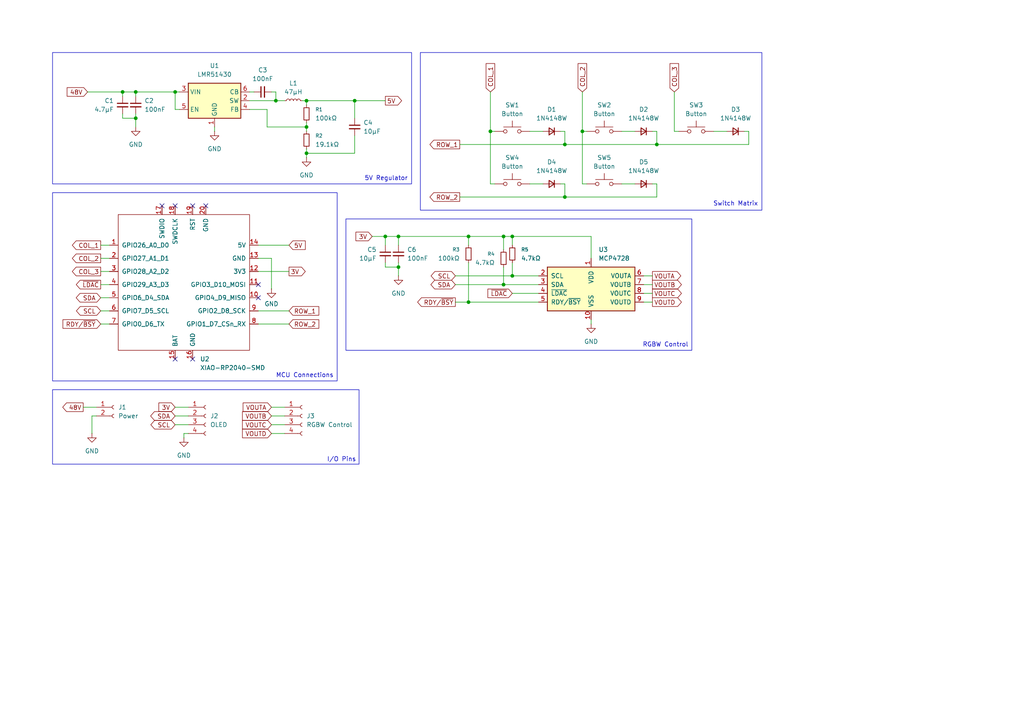
<source format=kicad_sch>
(kicad_sch (version 20250114) (generator "eeschema") (generator_version "9.0")
  (paper "A4")
  (lib_symbols
    (symbol "4PSwitch:SW_Push" (pin_numbers (hide yes)) (pin_names (offset 1.016) (hide yes))
      (property "Reference" "SW" (at 1.27 2.54 0))
      (property "Value" "SW_Push" (at 0 -1.524 0))
      (symbol "SW_Push_0_1"
        (circle (center -2.032 0) (radius 0.508))
        (polyline (pts (xy 0 1.27) (xy 0 3.048)))
        (circle (center 2.032 0) (radius 0.508))
        (polyline (pts (xy 2.54 1.27) (xy -2.54 1.27)))
        (pin passive line (at -5.08 0 0) (length 2.54) (name "COM_1") (number "2"))
        (pin no_connect line (at -5.08 -1.27 0) (length 2.54) (hide yes) (name "NO_1") (number "1"))
        (pin passive line (at 5.08 0 180) (length 2.54) (name "COM_2") (number "4"))
        (pin no_connect line (at 5.08 -1.27 180) (length 2.54) (hide yes) (name "NO_2") (number "3"))
      )
    )
    (symbol "Analog_DAC:MCP4728" (pin_names (offset 1.016))
      (property "Reference" "U" (at -12.7 6.35 0))
      (property "Value" "MCP4728" (at 12.7 6.35 0))
      (symbol "MCP4728_0_1"
        (rectangle (start -12.7 5.08) (end 12.7 -7.62) (stroke (width 0.254)) (fill (type background)))
      )
      (symbol "MCP4728_1_1"
        (pin input line (at -15.24 2.54 0) (length 2.54) (name "SCL") (number "2"))
        (pin bidirectional line (at -15.24 0 0) (length 2.54) (name "SDA") (number "3"))
        (pin input line (at -15.24 -2.54 0) (length 2.54) (name "~{LDAC}") (number "4"))
        (pin output line (at -15.24 -5.08 0) (length 2.54) (name "RDY/~{BSY}") (number "5"))
        (pin power_in line (at 0 7.62 270) (length 2.54) (name "VDD") (number "1"))
        (pin power_in line (at 0 -10.16 90) (length 2.54) (name "VSS") (number "10"))
        (pin output line (at 15.24 2.54 180) (length 2.54) (name "VOUTA") (number "6"))
        (pin output line (at 15.24 0 180) (length 2.54) (name "VOUTB") (number "7"))
        (pin output line (at 15.24 -2.54 180) (length 2.54) (name "VOUTC") (number "8"))
        (pin output line (at 15.24 -5.08 180) (length 2.54) (name "VOUTD") (number "9"))
      )
    )
    (symbol "Connector:Conn_01x02_Socket" (pin_names (offset 1.016) (hide yes))
      (property "Reference" "J" (at 0 2.54 0))
      (property "Value" "Conn_01x02_Socket" (at 0 -5.08 0))
      (symbol "Conn_01x02_Socket_1_1"
        (polyline (pts (xy -1.27 0) (xy -0.508 0)) (stroke (width 0.1524)))
        (polyline (pts (xy -1.27 -2.54) (xy -0.508 -2.54)) (stroke (width 0.1524)))
        (arc (start 0 -0.508) (mid -0.5058 0) (end 0 0.508) (stroke (width 0.1524)))
        (arc (start 0 -3.048) (mid -0.5058 -2.54) (end 0 -2.032) (stroke (width 0.1524)))
        (pin passive line (at -5.08 0 0) (length 3.81) (name "Pin_1") (number "1"))
        (pin passive line (at -5.08 -2.54 0) (length 3.81) (name "Pin_2") (number "2"))
      )
    )
    (symbol "Connector:Conn_01x04_Socket" (pin_names (offset 1.016) (hide yes))
      (property "Reference" "J" (at 0 5.08 0))
      (property "Value" "Conn_01x04_Socket" (at 0 -7.62 0))
      (symbol "Conn_01x04_Socket_1_1"
        (polyline (pts (xy -1.27 2.54) (xy -0.508 2.54)) (stroke (width 0.1524)))
        (polyline (pts (xy -1.27 0) (xy -0.508 0)) (stroke (width 0.1524)))
        (polyline (pts (xy -1.27 -2.54) (xy -0.508 -2.54)) (stroke (width 0.1524)))
        (polyline (pts (xy -1.27 -5.08) (xy -0.508 -5.08)) (stroke (width 0.1524)))
        (arc (start 0 2.032) (mid -0.5058 2.54) (end 0 3.048) (stroke (width 0.1524)))
        (arc (start 0 -0.508) (mid -0.5058 0) (end 0 0.508) (stroke (width 0.1524)))
        (arc (start 0 -3.048) (mid -0.5058 -2.54) (end 0 -2.032) (stroke (width 0.1524)))
        (arc (start 0 -5.588) (mid -0.5058 -5.08) (end 0 -4.572) (stroke (width 0.1524)))
        (pin passive line (at -5.08 2.54 0) (length 3.81) (name "Pin_1") (number "1"))
        (pin passive line (at -5.08 0 0) (length 3.81) (name "Pin_2") (number "2"))
        (pin passive line (at -5.08 -2.54 0) (length 3.81) (name "Pin_3") (number "3"))
        (pin passive line (at -5.08 -5.08 0) (length 3.81) (name "Pin_4") (number "4"))
      )
    )
    (symbol "Device:C_Small" (pin_numbers (hide yes)) (pin_names (offset 0.254) (hide yes))
      (property "Reference" "C" (at 0.254 1.778 0))
      (property "Value" "C_Small" (at 0.254 -2.032 0))
      (symbol "C_Small_0_1"
        (polyline (pts (xy -1.524 0.508) (xy 1.524 0.508)) (stroke (width 0.3048)))
        (polyline (pts (xy -1.524 -0.508) (xy 1.524 -0.508)) (stroke (width 0.3302)))
      )
      (symbol "C_Small_1_1"
        (pin passive line (at 0 2.54 270) (length 2.032) (name "~") (number "1"))
        (pin passive line (at 0 -2.54 90) (length 2.032) (name "~") (number "2"))
      )
    )
    (symbol "Device:D_Small" (pin_numbers (hide yes)) (pin_names (offset 0.254) (hide yes))
      (property "Reference" "D" (at -1.27 2.032 0))
      (property "Value" "D_Small" (at -3.81 -2.032 0))
      (symbol "D_Small_0_1"
        (polyline (pts (xy -0.762 0) (xy 0.762 0)))
        (polyline (pts (xy -0.762 -1.016) (xy -0.762 1.016)) (stroke (width 0.254)))
        (polyline (pts (xy 0.762 -1.016) (xy -0.762 0) (xy 0.762 1.016) (xy 0.762 -1.016)) (stroke (width 0.254)))
      )
      (symbol "D_Small_1_1"
        (pin passive line (at -2.54 0 0) (length 1.778) (name "K") (number "1"))
        (pin passive line (at 2.54 0 180) (length 1.778) (name "A") (number "2"))
      )
    )
    (symbol "Device:L_Small" (pin_numbers (hide yes)) (pin_names (offset 0.254) (hide yes))
      (property "Reference" "L" (at 0.762 1.016 0))
      (property "Value" "L_Small" (at 0.762 -1.016 0))
      (symbol "L_Small_0_1"
        (arc (start 0 2.032) (mid 0.5058 1.524) (end 0 1.016))
        (arc (start 0 1.016) (mid 0.5058 0.508) (end 0 0))
        (arc (start 0 0) (mid 0.5058 -0.508) (end 0 -1.016))
        (arc (start 0 -1.016) (mid 0.5058 -1.524) (end 0 -2.032))
      )
      (symbol "L_Small_1_1"
        (pin passive line (at 0 2.54 270) (length 0.508) (name "~") (number "1"))
        (pin passive line (at 0 -2.54 90) (length 0.508) (name "~") (number "2"))
      )
    )
    (symbol "Device:R_Small" (pin_numbers (hide yes)) (pin_names (offset 0.254) (hide yes))
      (property "Reference" "R" (at 0 0 90))
      (property "Value" "R_Small" (at 1.778 0 90))
      (symbol "R_Small_0_1"
        (rectangle (start -0.762 1.778) (end 0.762 -1.778) (stroke (width 0.2032)))
      )
      (symbol "R_Small_1_1"
        (pin passive line (at 0 2.54 270) (length 0.762) (name "~") (number "1"))
        (pin passive line (at 0 -2.54 90) (length 0.762) (name "~") (number "2"))
      )
    )
    (symbol "Regulator_Switching:LMR51430"
      (property "Reference" "U" (at -7.62 6.35 0))
      (property "Value" "LMR51430" (at 0 6.35 0))
      (symbol "LMR51430_0_1"
        (rectangle (start -7.62 5.08) (end 7.62 -5.08) (stroke (width 0.254)) (fill (type background)))
      )
      (symbol "LMR51430_1_1"
        (pin power_in line (at -10.16 2.54 0) (length 2.54) (name "VIN") (number "3"))
        (pin input line (at -10.16 -2.54 0) (length 2.54) (name "EN") (number "5"))
        (pin power_in line (at 0 -7.62 90) (length 2.54) (name "GND") (number "1"))
        (pin passive line (at 10.16 2.54 180) (length 2.54) (name "CB") (number "6"))
        (pin power_out line (at 10.16 0 180) (length 2.54) (name "SW") (number "2"))
        (pin input line (at 10.16 -2.54 180) (length 2.54) (name "FB") (number "4"))
      )
    )
    (symbol "Seeed_Studio_XIAO_Series:XIAO-RP2040-SMD" (pin_names (offset 1.016))
      (property "Reference" "U" (at -18.542 23.114 0))
      (property "Value" "XIAO-RP2040-SMD" (at -8.382 21.336 0))
      (symbol "XIAO-RP2040-SMD_0_1"
        (rectangle (start 19.05 -19.05) (end -19.05 20.32))
      )
      (symbol "XIAO-RP2040-SMD_1_1"
        (pin passive line (at -21.59 11.43 0) (length 2.54) (name "GPIO26_A0_D0") (number "1"))
        (pin passive line (at -21.59 7.62 0) (length 2.54) (name "GPIO27_A1_D1") (number "2"))
        (pin passive line (at -21.59 3.81 0) (length 2.54) (name "GPIO28_A2_D2") (number "3"))
        (pin passive line (at -21.59 0 0) (length 2.54) (name "GPIO29_A3_D3") (number "4"))
        (pin passive line (at -21.59 -3.81 0) (length 2.54) (name "GPIO6_D4_SDA") (number "5"))
        (pin passive line (at -21.59 -7.62 0) (length 2.54) (name "GPIO7_D5_SCL") (number "6"))
        (pin passive line (at -21.59 -11.43 0) (length 2.54) (name "GPIO0_D6_TX") (number "7"))
        (pin passive line (at -6.35 22.86 270) (length 2.54) (name "SWDIO") (number "17"))
        (pin passive line (at -2.54 22.86 270) (length 2.54) (name "SWDCLK") (number "18"))
        (pin passive line (at -2.54 -21.59 90) (length 2.54) (name "BAT") (number "15"))
        (pin passive line (at 2.54 22.86 270) (length 2.54) (name "RST") (number "19"))
        (pin passive line (at 2.54 -21.59 90) (length 2.54) (name "GND") (number "16"))
        (pin passive line (at 6.35 22.86 270) (length 2.54) (name "GND") (number "20"))
        (pin passive line (at 21.59 11.43 180) (length 2.54) (name "5V") (number "14"))
        (pin passive line (at 21.59 7.62 180) (length 2.54) (name "GND") (number "13"))
        (pin passive line (at 21.59 3.81 180) (length 2.54) (name "3V3") (number "12"))
        (pin passive line (at 21.59 0 180) (length 2.54) (name "GPIO3_D10_MOSI") (number "11"))
        (pin passive line (at 21.59 -3.81 180) (length 2.54) (name "GPIO4_D9_MISO") (number "10"))
        (pin passive line (at 21.59 -7.62 180) (length 2.54) (name "GPIO2_D8_SCK") (number "9"))
        (pin passive line (at 21.59 -11.43 180) (length 2.54) (name "GPIO1_D7_CSn_RX") (number "8"))
      )
    )
    (symbol "power:GND" (power) (pin_numbers (hide yes)) (pin_names (offset 0) (hide yes))
      (property "Value" "GND" (at 0 -3.81 0))
      (symbol "GND_0_1"
        (polyline (pts (xy 0 0) (xy 0 -1.27) (xy 1.27 -1.27) (xy 0 -2.54) (xy -1.27 -1.27) (xy 0 -1.27)))
      )
      (symbol "GND_1_1"
        (pin power_in line (at 0 0 270) (length 0) (name "~") (number "1"))
      )
    )
  )
  (rectangle (start 121.92 15.24) (end 220.98 60.96))
  (rectangle (start 15.24 113.03) (end 104.14 134.62))
  (rectangle (start 15.24 55.88) (end 97.79 110.49))
  (rectangle (start 15.24 15.24) (end 119.38 53.34))
  (rectangle (start 100.33 63.5) (end 200.66 101.6))
  (text "RGBW Control" (at 193.04 100.076 0) (effects (font (size 1.27 1.27))))
  (text "5V Regulator" (at 112.014 51.816 0) (effects (font (size 1.27 1.27))))
  (text "Switch Matrix" (at 213.36 59.182 0) (effects (font (size 1.27 1.27))))
  (text "MCU Connections" (at 88.392 108.966 0) (effects (font (size 1.27 1.27))))
  (text "I/O Pins" (at 99.06 133.35 0) (effects (font (size 1.27 1.27))))
  (junction (at 50.8 26.67))
  (junction (at 168.91 38.1))
  (junction (at 146.05 82.55))
  (junction (at 115.57 77.47))
  (junction (at 80.01 29.21))
  (junction (at 88.9 44.45))
  (junction (at 102.87 29.21))
  (junction (at 88.9 29.21))
  (junction (at 39.37 26.67))
  (junction (at 142.24 38.1))
  (junction (at 163.83 57.15))
  (junction (at 148.59 80.01))
  (junction (at 111.76 68.58))
  (junction (at 135.89 87.63))
  (junction (at 190.5 41.91))
  (junction (at 135.89 68.58))
  (junction (at 148.59 68.58))
  (junction (at 39.37 34.29))
  (junction (at 115.57 68.58))
  (junction (at 35.56 26.67))
  (junction (at 163.83 41.91))
  (junction (at 88.9 36.83))
  (junction (at 146.05 68.58))
  (no_connect (at 50.8 59.69))
  (no_connect (at 46.99 59.69))
  (no_connect (at 50.8 104.14))
  (no_connect (at 59.69 59.69))
  (no_connect (at 55.88 59.69))
  (no_connect (at 55.88 104.14))
  (no_connect (at 74.93 82.55))
  (no_connect (at 74.93 86.36))
  (wire (pts (xy 78.74 26.67) (xy 80.01 26.67)))
  (wire (pts (xy 88.9 44.45) (xy 102.87 44.45)))
  (wire (pts (xy 217.17 38.1) (xy 215.9 38.1)))
  (wire (pts (xy 146.05 68.58) (xy 148.59 68.58)))
  (wire (pts (xy 29.21 90.17) (xy 31.75 90.17)))
  (wire (pts (xy 186.69 82.55) (xy 189.23 82.55)))
  (wire (pts (xy 163.83 57.15) (xy 190.5 57.15)))
  (wire (pts (xy 190.5 38.1) (xy 190.5 41.91)))
  (wire (pts (xy 163.83 53.34) (xy 163.83 57.15)))
  (wire (pts (xy 35.56 26.67) (xy 39.37 26.67)))
  (wire (pts (xy 132.08 80.01) (xy 148.59 80.01)))
  (wire (pts (xy 88.9 29.21) (xy 88.9 30.48)))
  (wire (pts (xy 50.8 123.19) (xy 54.61 123.19)))
  (wire (pts (xy 171.45 92.71) (xy 171.45 93.98)))
  (wire (pts (xy 102.87 29.21) (xy 111.76 29.21)))
  (wire (pts (xy 87.63 29.21) (xy 88.9 29.21)))
  (wire (pts (xy 25.4 26.67) (xy 35.56 26.67)))
  (wire (pts (xy 186.69 80.01) (xy 189.23 80.01)))
  (wire (pts (xy 74.93 74.93) (xy 78.74 74.93)))
  (wire (pts (xy 171.45 68.58) (xy 171.45 74.93)))
  (wire (pts (xy 53.34 125.73) (xy 54.61 125.73)))
  (wire (pts (xy 74.93 71.12) (xy 83.82 71.12)))
  (wire (pts (xy 111.76 68.58) (xy 115.57 68.58)))
  (wire (pts (xy 80.01 29.21) (xy 82.55 29.21)))
  (wire (pts (xy 74.93 90.17) (xy 83.82 90.17)))
  (wire (pts (xy 50.8 118.11) (xy 54.61 118.11)))
  (wire (pts (xy 180.34 53.34) (xy 184.15 53.34)))
  (wire (pts (xy 146.05 68.58) (xy 146.05 72.39)))
  (wire (pts (xy 148.59 68.58) (xy 171.45 68.58)))
  (wire (pts (xy 115.57 76.2) (xy 115.57 77.47)))
  (wire (pts (xy 72.39 29.21) (xy 80.01 29.21)))
  (wire (pts (xy 132.08 87.63) (xy 135.89 87.63)))
  (wire (pts (xy 88.9 38.1) (xy 88.9 36.83)))
  (wire (pts (xy 148.59 68.58) (xy 148.59 71.12)))
  (wire (pts (xy 190.5 41.91) (xy 217.17 41.91)))
  (wire (pts (xy 111.76 76.2) (xy 111.76 77.47)))
  (wire (pts (xy 111.76 77.47) (xy 115.57 77.47)))
  (wire (pts (xy 115.57 68.58) (xy 115.57 71.12)))
  (wire (pts (xy 29.21 74.93) (xy 31.75 74.93)))
  (wire (pts (xy 168.91 38.1) (xy 170.18 38.1)))
  (wire (pts (xy 62.23 36.83) (xy 62.23 38.1)))
  (wire (pts (xy 53.34 125.73) (xy 53.34 127)))
  (wire (pts (xy 146.05 77.47) (xy 146.05 82.55)))
  (wire (pts (xy 102.87 39.37) (xy 102.87 44.45)))
  (wire (pts (xy 78.74 123.19) (xy 82.55 123.19)))
  (wire (pts (xy 132.08 82.55) (xy 146.05 82.55)))
  (wire (pts (xy 180.34 38.1) (xy 184.15 38.1)))
  (wire (pts (xy 133.35 57.15) (xy 163.83 57.15)))
  (wire (pts (xy 39.37 33.02) (xy 39.37 34.29)))
  (wire (pts (xy 39.37 26.67) (xy 50.8 26.67)))
  (wire (pts (xy 142.24 53.34) (xy 143.51 53.34)))
  (wire (pts (xy 111.76 68.58) (xy 111.76 71.12)))
  (wire (pts (xy 142.24 38.1) (xy 142.24 53.34)))
  (wire (pts (xy 29.21 78.74) (xy 31.75 78.74)))
  (wire (pts (xy 50.8 31.75) (xy 52.07 31.75)))
  (wire (pts (xy 29.21 71.12) (xy 31.75 71.12)))
  (wire (pts (xy 135.89 68.58) (xy 135.89 71.12)))
  (wire (pts (xy 189.23 53.34) (xy 190.5 53.34)))
  (wire (pts (xy 148.59 76.2) (xy 148.59 80.01)))
  (wire (pts (xy 115.57 77.47) (xy 115.57 80.01)))
  (wire (pts (xy 186.69 85.09) (xy 189.23 85.09)))
  (wire (pts (xy 135.89 87.63) (xy 156.21 87.63)))
  (wire (pts (xy 190.5 53.34) (xy 190.5 57.15)))
  (wire (pts (xy 29.21 82.55) (xy 31.75 82.55)))
  (wire (pts (xy 102.87 29.21) (xy 102.87 34.29)))
  (wire (pts (xy 35.56 26.67) (xy 35.56 27.94)))
  (wire (pts (xy 186.69 87.63) (xy 189.23 87.63)))
  (wire (pts (xy 29.21 86.36) (xy 31.75 86.36)))
  (wire (pts (xy 74.93 78.74) (xy 83.82 78.74)))
  (wire (pts (xy 133.35 41.91) (xy 163.83 41.91)))
  (wire (pts (xy 29.21 93.98) (xy 31.75 93.98)))
  (wire (pts (xy 72.39 26.67) (xy 73.66 26.67)))
  (wire (pts (xy 78.74 74.93) (xy 78.74 83.82)))
  (wire (pts (xy 163.83 38.1) (xy 163.83 41.91)))
  (wire (pts (xy 74.93 93.98) (xy 83.82 93.98)))
  (wire (pts (xy 168.91 26.67) (xy 168.91 38.1)))
  (wire (pts (xy 78.74 120.65) (xy 82.55 120.65)))
  (wire (pts (xy 50.8 120.65) (xy 54.61 120.65)))
  (wire (pts (xy 153.67 38.1) (xy 157.48 38.1)))
  (wire (pts (xy 135.89 76.2) (xy 135.89 87.63)))
  (wire (pts (xy 163.83 53.34) (xy 162.56 53.34)))
  (wire (pts (xy 72.39 31.75) (xy 77.47 31.75)))
  (wire (pts (xy 142.24 38.1) (xy 143.51 38.1)))
  (wire (pts (xy 88.9 43.18) (xy 88.9 44.45)))
  (wire (pts (xy 88.9 44.45) (xy 88.9 45.72)))
  (wire (pts (xy 24.13 118.11) (xy 27.94 118.11)))
  (wire (pts (xy 217.17 38.1) (xy 217.17 41.91)))
  (wire (pts (xy 163.83 38.1) (xy 162.56 38.1)))
  (wire (pts (xy 146.05 82.55) (xy 156.21 82.55)))
  (wire (pts (xy 195.58 26.67) (xy 195.58 38.1)))
  (wire (pts (xy 142.24 26.67) (xy 142.24 38.1)))
  (wire (pts (xy 50.8 26.67) (xy 52.07 26.67)))
  (wire (pts (xy 35.56 34.29) (xy 39.37 34.29)))
  (wire (pts (xy 207.01 38.1) (xy 210.82 38.1)))
  (wire (pts (xy 26.67 120.65) (xy 27.94 120.65)))
  (wire (pts (xy 39.37 26.67) (xy 39.37 27.94)))
  (wire (pts (xy 88.9 36.83) (xy 88.9 35.56)))
  (wire (pts (xy 39.37 34.29) (xy 39.37 36.83)))
  (wire (pts (xy 78.74 125.73) (xy 82.55 125.73)))
  (wire (pts (xy 153.67 53.34) (xy 157.48 53.34)))
  (wire (pts (xy 163.83 41.91) (xy 190.5 41.91)))
  (wire (pts (xy 77.47 36.83) (xy 88.9 36.83)))
  (wire (pts (xy 35.56 33.02) (xy 35.56 34.29)))
  (wire (pts (xy 195.58 38.1) (xy 196.85 38.1)))
  (wire (pts (xy 26.67 120.65) (xy 26.67 125.73)))
  (wire (pts (xy 88.9 29.21) (xy 102.87 29.21)))
  (wire (pts (xy 148.59 85.09) (xy 156.21 85.09)))
  (wire (pts (xy 168.91 38.1) (xy 168.91 53.34)))
  (wire (pts (xy 107.95 68.58) (xy 111.76 68.58)))
  (wire (pts (xy 189.23 38.1) (xy 190.5 38.1)))
  (wire (pts (xy 168.91 53.34) (xy 170.18 53.34)))
  (wire (pts (xy 77.47 31.75) (xy 77.47 36.83)))
  (wire (pts (xy 50.8 26.67) (xy 50.8 31.75)))
  (wire (pts (xy 115.57 68.58) (xy 135.89 68.58)))
  (wire (pts (xy 135.89 68.58) (xy 146.05 68.58)))
  (wire (pts (xy 78.74 118.11) (xy 82.55 118.11)))
  (wire (pts (xy 80.01 26.67) (xy 80.01 29.21)))
  (wire (pts (xy 148.59 80.01) (xy 156.21 80.01)))
  (global_label "VOUTD" (shape input) (at 78.74 125.73 180) (property "Intersheetrefs" "${INTERSHEET_REFS}" (effects (hide yes))))
  (global_label "SDA" (shape bidirectional) (at 29.21 86.36 180) (property "Intersheetrefs" "${INTERSHEET_REFS}" (effects (hide yes))))
  (global_label "VOUTC" (shape input) (at 78.74 123.19 180) (property "Intersheetrefs" "${INTERSHEET_REFS}" (effects (hide yes))))
  (global_label "48V" (shape input) (at 25.4 26.67 180) (property "Intersheetrefs" "${INTERSHEET_REFS}" (effects (hide yes))))
  (global_label "3V" (shape input) (at 50.8 118.11 180) (property "Intersheetrefs" "${INTERSHEET_REFS}" (effects (hide yes))))
  (global_label "ROW_1" (shape output) (at 133.35 41.91 180) (property "Intersheetrefs" "${INTERSHEET_REFS}" (effects (hide yes))))
  (global_label "RDY{slash}~{BSY}" (shape output) (at 132.08 87.63 180) (property "Intersheetrefs" "${INTERSHEET_REFS}" (effects (hide yes))))
  (global_label "ROW_2" (shape input) (at 83.82 93.98 0) (property "Intersheetrefs" "${INTERSHEET_REFS}" (effects (hide yes))))
  (global_label "COL_1" (shape input) (at 142.24 26.67 90) (property "Intersheetrefs" "${INTERSHEET_REFS}" (effects (hide yes))))
  (global_label "RDY{slash}~{BSY}" (shape input) (at 29.21 93.98 180) (property "Intersheetrefs" "${INTERSHEET_REFS}" (effects (hide yes))))
  (global_label "SCL" (shape bidirectional) (at 29.21 90.17 180) (property "Intersheetrefs" "${INTERSHEET_REFS}" (effects (hide yes))))
  (global_label "5V" (shape output) (at 111.76 29.21 0) (property "Intersheetrefs" "${INTERSHEET_REFS}" (effects (hide yes))))
  (global_label "COL_3" (shape input) (at 195.58 26.67 90) (property "Intersheetrefs" "${INTERSHEET_REFS}" (effects (hide yes))))
  (global_label "SCL" (shape bidirectional) (at 50.8 123.19 180) (property "Intersheetrefs" "${INTERSHEET_REFS}" (effects (hide yes))))
  (global_label "VOUTD" (shape output) (at 189.23 87.63 0) (property "Intersheetrefs" "${INTERSHEET_REFS}" (effects (hide yes))))
  (global_label "COL_2" (shape input) (at 168.91 26.67 90) (property "Intersheetrefs" "${INTERSHEET_REFS}" (effects (hide yes))))
  (global_label "COL_3" (shape output) (at 29.21 78.74 180) (property "Intersheetrefs" "${INTERSHEET_REFS}" (effects (hide yes))))
  (global_label "VOUTA" (shape input) (at 78.74 118.11 180) (property "Intersheetrefs" "${INTERSHEET_REFS}" (effects (hide yes))))
  (global_label "COL_2" (shape output) (at 29.21 74.93 180) (property "Intersheetrefs" "${INTERSHEET_REFS}" (effects (hide yes))))
  (global_label "VOUTC" (shape output) (at 189.23 85.09 0) (property "Intersheetrefs" "${INTERSHEET_REFS}" (effects (hide yes))))
  (global_label "SCL" (shape bidirectional) (at 132.08 80.01 180) (property "Intersheetrefs" "${INTERSHEET_REFS}" (effects (hide yes))))
  (global_label "VOUTA" (shape output) (at 189.23 80.01 0) (property "Intersheetrefs" "${INTERSHEET_REFS}" (effects (hide yes))))
  (global_label "~{LDAC}" (shape input) (at 148.59 85.09 180) (property "Intersheetrefs" "${INTERSHEET_REFS}" (effects (hide yes))))
  (global_label "48V" (shape output) (at 24.13 118.11 180) (property "Intersheetrefs" "${INTERSHEET_REFS}" (effects (hide yes))))
  (global_label "COL_1" (shape output) (at 29.21 71.12 180) (property "Intersheetrefs" "${INTERSHEET_REFS}" (effects (hide yes))))
  (global_label "5V" (shape input) (at 83.82 71.12 0) (property "Intersheetrefs" "${INTERSHEET_REFS}" (effects (hide yes))))
  (global_label "ROW_1" (shape input) (at 83.82 90.17 0) (property "Intersheetrefs" "${INTERSHEET_REFS}" (effects (hide yes))))
  (global_label "VOUTB" (shape output) (at 189.23 82.55 0) (property "Intersheetrefs" "${INTERSHEET_REFS}" (effects (hide yes))))
  (global_label "VOUTB" (shape input) (at 78.74 120.65 180) (property "Intersheetrefs" "${INTERSHEET_REFS}" (effects (hide yes))))
  (global_label "3V" (shape output) (at 83.82 78.74 0) (property "Intersheetrefs" "${INTERSHEET_REFS}" (effects (hide yes))))
  (global_label "ROW_2" (shape output) (at 133.35 57.15 180) (property "Intersheetrefs" "${INTERSHEET_REFS}" (effects (hide yes))))
  (global_label "3V" (shape input) (at 107.95 68.58 180) (property "Intersheetrefs" "${INTERSHEET_REFS}" (effects (hide yes))))
  (global_label "~{LDAC}" (shape output) (at 29.21 82.55 180) (property "Intersheetrefs" "${INTERSHEET_REFS}" (effects (hide yes))))
  (global_label "SDA" (shape bidirectional) (at 50.8 120.65 180) (property "Intersheetrefs" "${INTERSHEET_REFS}" (effects (hide yes))))
  (global_label "SDA" (shape bidirectional) (at 132.08 82.55 180) (property "Intersheetrefs" "${INTERSHEET_REFS}" (effects (hide yes))))
  (symbol (lib_id "Device:C_Small") (at 39.37 30.48 0) (mirror y) (unit 1)
    (property "Reference" "C2" (at 41.91 29.2162 0) (effects (justify right)))
    (property "Value" "100nF" (at 41.91 31.7562 0) (effects (justify right)))
    (property "Footprint" "Capacitor_SMD:C_0603_1608Metric_Pad1.08x0.95mm_HandSolder" (effects (hide yes)))
    (property "Description" "Unpolarized capacitor, small symbol" (effects (hide yes)))
    (property "Mouser" "81-GRM188R72A104KA35" (effects (hide yes)))
  )
  (symbol (lib_id "Device:C_Small") (at 76.2 26.67 90) (unit 1)
    (property "Reference" "C3" (at 76.2063 20.32 90))
    (property "Value" "100nF" (at 76.2063 22.86 90))
    (property "Footprint" "Capacitor_SMD:C_0402_1005Metric_Pad0.74x0.62mm_HandSolder" (effects (hide yes)))
    (property "Description" "Unpolarized capacitor, small symbol" (effects (hide yes)))
    (property "Mouser" "81-GRM155R71C104KA88" (effects (hide yes)))
  )
  (symbol (lib_id "4PSwitch:SW_Push") (at 175.26 53.34 0) (unit 1)
    (property "Reference" "SW5" (at 175.26 45.72 0))
    (property "Value" "Button" (at 175.26 48.26 0))
    (property "Footprint" "footprints:TS046695BK100SMT" (effects (hide yes)))
    (property "Description" "Push button switch, generic, two pins" (effects (hide yes)))
    (property "Mouser" "179-TS046695BK100SMT " (effects (hide yes)))
  )
  (symbol (lib_id "Regulator_Switching:LMR51430") (at 62.23 29.21 0) (unit 1)
    (property "Reference" "U1" (at 62.23 19.05 0))
    (property "Value" "LMR51430" (at 62.23 21.59 0))
    (property "Footprint" "Package_TO_SOT_SMD:SOT-23-6" (effects (hide yes)))
    (property "Datasheet" "https://www.ti.com/lit/ds/symlink/lmr51430.pdf" (effects (hide yes)))
    (property "Description" "4.5-V to 36-V, 3-A synchronous buck converter with 40-µA IQ, SOT-23-6" (effects (hide yes)))
    (property "Mouser" "595-LMR51606XFQDBRQ1" (effects (hide yes)))
  )
  (symbol (lib_id "Device:C_Small") (at 111.76 73.66 0) (unit 1)
    (property "Reference" "C5" (at 109.22 72.3962 0) (effects (justify right)))
    (property "Value" "10μF" (at 109.22 74.9362 0) (effects (justify right)))
    (property "Footprint" "Capacitor_SMD:C_1210_3225Metric_Pad1.33x2.70mm_HandSolder" (effects (hide yes)))
    (property "Mouser" "810-C3225X7R1H106MAC" (effects (hide yes)))
  )
  (symbol (lib_id "Seeed_Studio_XIAO_Series:XIAO-RP2040-SMD") (at 53.34 82.55 0) (unit 1)
    (property "Reference" "U2" (at 58.0233 104.14 0) (effects (justify left)))
    (property "Value" "XIAO-RP2040-SMD" (at 58.0233 106.68 0) (effects (justify left)))
    (property "Footprint" "footprints:XIAO-RP2040-SMD" (effects (hide yes)))
    (property "Mouser" "713-102010428" (effects (hide yes)))
  )
  (symbol (lib_id "Connector:Conn_01x04_Socket") (at 59.69 120.65 0) (unit 1) (in_bom no)
    (property "Reference" "J2" (at 60.96 120.6499 0) (effects (justify left)))
    (property "Value" "OLED" (at 60.96 123.1899 0) (effects (justify left)))
    (property "Footprint" "Connector_PinHeader_1.00mm:PinHeader_1x04_P1.00mm_Vertical" (effects (hide yes)))
  )
  (symbol (lib_id "Device:D_Small") (at 186.69 38.1 0) (mirror y) (unit 1)
    (property "Reference" "D2" (at 186.69 31.75 0))
    (property "Value" "1N4148W" (at 186.69 34.29 0))
    (property "Footprint" "Diode_SMD:D_SOD-123" (effects (hide yes)))
    (property "Description" "Diode, small symbol" (effects (hide yes)))
    (property "Sim.Device" "D" (effects (hide yes)))
    (property "Sim.Pins" "1=K 2=A" (effects (hide yes)))
    (property "Mouser" "637-1N4148W" (effects (hide yes)))
  )
  (symbol (lib_id "Device:R_Small") (at 148.59 73.66 0) (mirror y) (unit 1)
    (property "Reference" "R5" (at 151.13 72.3899 0) (effects (font (size 1.016 1.016)) (justify right)))
    (property "Value" "4.7kΩ" (at 151.13 74.9299 0) (effects (justify right)))
    (property "Footprint" "Resistor_SMD:R_1210_3225Metric_Pad1.30x2.65mm_HandSolder" (effects (hide yes)))
    (property "Description" "Resistor, small symbol" (effects (hide yes)))
    (property "Mouser" "71-CRCW12104K70JNAIF" (effects (hide yes)))
  )
  (symbol (lib_id "Device:R_Small") (at 146.05 74.93 0) (unit 1)
    (property "Reference" "R4" (at 143.51 73.6599 0) (effects (font (size 1.016 1.016)) (justify right)))
    (property "Value" "4.7kΩ" (at 143.51 76.1999 0) (effects (justify right)))
    (property "Footprint" "Resistor_SMD:R_1210_3225Metric_Pad1.30x2.65mm_HandSolder" (effects (hide yes)))
    (property "Description" "Resistor, small symbol" (effects (hide yes)))
    (property "Mouser" "71-CRCW12104K70JNAIF" (effects (hide yes)))
  )
  (symbol (lib_id "power:GND") (at 26.67 125.73 0) (unit 1)
    (property "Reference" "#PWR06" (effects (hide yes)))
    (property "Value" "GND" (at 26.67 130.81 0))
    (property "Description" "Power symbol creates a global label with name \"GND\" , ground" (effects (hide yes)))
  )
  (symbol (lib_id "power:GND") (at 62.23 38.1 0) (unit 1)
    (property "Reference" "#PWR02" (effects (hide yes)))
    (property "Value" "GND" (at 62.23 43.18 0))
    (property "Description" "Power symbol creates a global label with name \"GND\" , ground" (effects (hide yes)))
  )
  (symbol (lib_id "power:GND") (at 53.34 127 0) (unit 1)
    (property "Reference" "#PWR05" (effects (hide yes)))
    (property "Value" "GND" (at 53.34 132.08 0))
    (property "Description" "Power symbol creates a global label with name \"GND\" , ground" (effects (hide yes)))
  )
  (symbol (lib_id "Connector:Conn_01x02_Socket") (at 33.02 118.11 0) (unit 1)
    (property "Reference" "J1" (at 34.29 118.1099 0) (effects (justify left)))
    (property "Value" "Power" (at 34.29 120.6499 0) (effects (justify left)))
    (property "Footprint" "TerminalBlock_Phoenix:TerminalBlock_Phoenix_MKDS-1,5-2-5.08_1x02_P5.08mm_Horizontal" (effects (hide yes)))
    (property "Description" "Generic connector, single row, 01x02, script generated" (effects (hide yes)))
    (property "Mouser" "179-TB0012-508-02GR" (effects (hide yes)))
  )
  (symbol (lib_id "Analog_DAC:MCP4728") (at 171.45 82.55 0) (unit 1)
    (property "Reference" "U3" (at 173.5933 72.39 0) (effects (justify left)))
    (property "Value" "MCP4728" (at 173.5933 74.93 0) (effects (justify left)))
    (property "Footprint" "Package_SO:MSOP-10_3x3mm_P0.5mm" (effects (hide yes)))
    (property "Datasheet" "http://ww1.microchip.com/downloads/en/DeviceDoc/22187E.pdf" (effects (hide yes)))
    (property "Description" "12-bit digital to analog converter, quad output, 2.048V internal reference, integrated EEPROM, I2C interface" (effects (hide yes)))
    (property "Mouser" "579-MCP4728-E/UN" (effects (hide yes)))
  )
  (symbol (lib_id "Device:C_Small") (at 115.57 73.66 0) (mirror y) (unit 1)
    (property "Reference" "C6" (at 118.11 72.3962 0) (effects (justify right)))
    (property "Value" "100nF" (at 118.11 74.9362 0) (effects (justify right)))
    (property "Footprint" "Capacitor_SMD:C_0402_1005Metric_Pad0.74x0.62mm_HandSolder" (effects (hide yes)))
    (property "Description" "Unpolarized capacitor, small symbol" (effects (hide yes)))
    (property "Mouser" "81-GRM155R71C104KA88" (effects (hide yes)))
  )
  (symbol (lib_id "power:GND") (at 88.9 45.72 0) (unit 1)
    (property "Reference" "#PWR03" (effects (hide yes)))
    (property "Value" "GND" (at 88.9 50.8 0))
    (property "Description" "Power symbol creates a global label with name \"GND\" , ground" (effects (hide yes)))
  )
  (symbol (lib_id "Device:C_Small") (at 102.87 36.83 0) (mirror y) (unit 1)
    (property "Reference" "C4" (at 105.41 35.5662 0) (effects (justify right)))
    (property "Value" "10μF" (at 105.41 38.1062 0) (effects (justify right)))
    (property "Footprint" "Capacitor_SMD:C_1210_3225Metric_Pad1.33x2.70mm_HandSolder" (effects (hide yes)))
    (property "Description" "Unpolarized capacitor, small symbol" (effects (hide yes)))
    (property "Mouser" "810-C3225X7R1H106MAC" (effects (hide yes)))
  )
  (symbol (lib_id "Device:D_Small") (at 160.02 38.1 0) (mirror y) (unit 1)
    (property "Reference" "D1" (at 160.02 31.75 0))
    (property "Value" "1N4148W" (at 160.02 34.29 0))
    (property "Footprint" "Diode_SMD:D_SOD-123" (effects (hide yes)))
    (property "Description" "Diode, small symbol" (effects (hide yes)))
    (property "Sim.Device" "D" (effects (hide yes)))
    (property "Sim.Pins" "1=K 2=A" (effects (hide yes)))
    (property "Mouser" "637-1N4148W" (effects (hide yes)))
  )
  (symbol (lib_id "power:GND") (at 115.57 80.01 0) (unit 1)
    (property "Reference" "#PWR08" (effects (hide yes)))
    (property "Value" "GND" (at 115.57 85.09 0))
    (property "Description" "Power symbol creates a global label with name \"GND\" , ground" (effects (hide yes)))
  )
  (symbol (lib_id "power:GND") (at 171.45 93.98 0) (unit 1)
    (property "Reference" "#PWR07" (effects (hide yes)))
    (property "Value" "GND" (at 171.45 99.06 0))
    (property "Description" "Power symbol creates a global label with name \"GND\" , ground" (effects (hide yes)))
  )
  (symbol (lib_id "Device:R_Small") (at 135.89 73.66 0) (unit 1)
    (property "Reference" "R3" (at 133.35 72.3899 0) (effects (font (size 1.016 1.016)) (justify right)))
    (property "Value" "100kΩ" (at 133.35 74.9299 0) (effects (justify right)))
    (property "Footprint" "Resistor_SMD:R_1210_3225Metric_Pad1.30x2.65mm_HandSolder" (effects (hide yes)))
    (property "Description" "Resistor, small symbol" (effects (hide yes)))
    (property "Mouser" "71-CRMA1210AF100KFKF" (effects (hide yes)))
  )
  (symbol (lib_id "power:GND") (at 39.37 36.83 0) (unit 1)
    (property "Reference" "#PWR01" (effects (hide yes)))
    (property "Value" "GND" (at 39.37 41.91 0))
    (property "Description" "Power symbol creates a global label with name \"GND\" , ground" (effects (hide yes)))
  )
  (symbol (lib_id "Connector:Conn_01x04_Socket") (at 87.63 120.65 0) (unit 1)
    (property "Reference" "J3" (at 88.9 120.6499 0) (effects (justify left)))
    (property "Value" "RGBW Control" (at 88.9 123.1899 0) (effects (justify left)))
    (property "Footprint" "TerminalBlock_Phoenix:TerminalBlock_Phoenix_MKDS-1,5-4-5.08_1x04_P5.08mm_Horizontal" (effects (hide yes)))
    (property "Mouser" "179-TB0012-508-04GR" (effects (hide yes)))
  )
  (symbol (lib_id "Device:D_Small") (at 160.02 53.34 0) (mirror y) (unit 1)
    (property "Reference" "D4" (at 160.02 46.99 0))
    (property "Value" "1N4148W" (at 160.02 49.53 0))
    (property "Footprint" "Diode_SMD:D_SOD-123" (effects (hide yes)))
    (property "Description" "Diode, small symbol" (effects (hide yes)))
    (property "Sim.Device" "D" (effects (hide yes)))
    (property "Sim.Pins" "1=K 2=A" (effects (hide yes)))
    (property "Mouser" "637-1N4148W" (effects (hide yes)))
  )
  (symbol (lib_id "Device:L_Small") (at 85.09 29.21 90) (unit 1)
    (property "Reference" "L1" (at 85.09 24.13 90))
    (property "Value" "47μH" (at 85.09 26.67 90))
    (property "Footprint" "footprints:IFDC5050JZER470M" (effects (hide yes)))
    (property "Description" "Inductor, small symbol" (effects (hide yes)))
    (property "Mouser" "70-IFDC5050JZER470M" (effects (hide yes)))
  )
  (symbol (lib_id "4PSwitch:SW_Push") (at 201.93 38.1 0) (unit 1)
    (property "Reference" "SW3" (at 201.93 30.48 0))
    (property "Value" "Button" (at 201.93 33.02 0))
    (property "Footprint" "footprints:TS046695BK100SMT" (effects (hide yes)))
    (property "Description" "Push button switch, generic, two pins" (effects (hide yes)))
    (property "Mouser" "179-TS046695BK100SMT " (effects (hide yes)))
  )
  (symbol (lib_id "Device:D_Small") (at 186.69 53.34 0) (mirror y) (unit 1)
    (property "Reference" "D5" (at 186.69 46.99 0))
    (property "Value" "1N4148W" (at 186.69 49.53 0))
    (property "Footprint" "Diode_SMD:D_SOD-123" (effects (hide yes)))
    (property "Description" "Diode, small symbol" (effects (hide yes)))
    (property "Sim.Device" "D" (effects (hide yes)))
    (property "Sim.Pins" "1=K 2=A" (effects (hide yes)))
    (property "Mouser" "637-1N4148W" (effects (hide yes)))
  )
  (symbol (lib_id "Device:D_Small") (at 213.36 38.1 0) (mirror y) (unit 1)
    (property "Reference" "D3" (at 213.36 31.75 0))
    (property "Value" "1N4148W" (at 213.36 34.29 0))
    (property "Footprint" "Diode_SMD:D_SOD-123" (effects (hide yes)))
    (property "Description" "Diode, small symbol" (effects (hide yes)))
    (property "Sim.Device" "D" (effects (hide yes)))
    (property "Sim.Pins" "1=K 2=A" (effects (hide yes)))
    (property "Mouser" "637-1N4148W" (effects (hide yes)))
  )
  (symbol (lib_id "Device:R_Small") (at 88.9 33.02 0) (mirror y) (unit 1)
    (property "Reference" "R1" (at 91.44 31.7499 0) (effects (font (size 1.016 1.016)) (justify right)))
    (property "Value" "100kΩ" (at 91.44 34.2899 0) (effects (justify right)))
    (property "Footprint" "Resistor_SMD:R_0402_1005Metric_Pad0.72x0.64mm_HandSolder" (effects (hide yes)))
    (property "Description" "Resistor, small symbol" (effects (hide yes)))
    (property "Mouser" "71-CRCW0402-100K-E3" (effects (hide yes)))
  )
  (symbol (lib_id "4PSwitch:SW_Push") (at 148.59 38.1 0) (unit 1)
    (property "Reference" "SW1" (at 148.59 30.48 0))
    (property "Value" "Button" (at 148.59 33.02 0))
    (property "Footprint" "footprints:TS046695BK100SMT" (effects (hide yes)))
    (property "Description" "Push button switch, generic, two pins" (effects (hide yes)))
    (property "Mouser" "179-TS046695BK100SMT " (effects (hide yes)))
  )
  (symbol (lib_id "Device:R_Small") (at 88.9 40.64 0) (mirror y) (unit 1)
    (property "Reference" "R2" (at 91.44 39.3699 0) (effects (font (size 1.016 1.016)) (justify right)))
    (property "Value" "19.1kΩ" (at 91.44 41.9099 0) (effects (justify right)))
    (property "Footprint" "Resistor_SMD:R_0402_1005Metric_Pad0.72x0.64mm_HandSolder" (effects (hide yes)))
    (property "Description" "Resistor, small symbol" (effects (hide yes)))
    (property "Mouser" "71-CRCW0402-19.1K-E3" (effects (hide yes)))
  )
  (symbol (lib_id "power:GND") (at 78.74 83.82 0) (unit 1)
    (property "Reference" "#PWR04" (effects (hide yes)))
    (property "Value" "GND" (at 78.74 88.138 0))
    (property "Description" "Power symbol creates a global label with name \"GND\" , ground" (effects (hide yes)))
  )
  (symbol (lib_id "4PSwitch:SW_Push") (at 175.26 38.1 0) (unit 1)
    (property "Reference" "SW2" (at 175.26 30.48 0))
    (property "Value" "Button" (at 175.26 33.02 0))
    (property "Footprint" "footprints:TS046695BK100SMT" (effects (hide yes)))
    (property "Description" "Push button switch, generic, two pins" (effects (hide yes)))
    (property "Mouser" "179-TS046695BK100SMT " (effects (hide yes)))
  )
  (symbol (lib_id "Device:C_Small") (at 35.56 30.48 0) (unit 1)
    (property "Reference" "C1" (at 33.02 29.2162 0) (effects (justify right)))
    (property "Value" "4.7μF" (at 33.02 31.7562 0) (effects (justify right)))
    (property "Footprint" "Capacitor_SMD:C_1210_3225Metric_Pad1.33x2.70mm_HandSolder" (effects (hide yes)))
    (property "Description" "Unpolarized capacitor" (effects (hide yes)))
    (property "Mouser" "581-KAM32LR72A475KU" (effects (hide yes)))
  )
  (symbol (lib_id "4PSwitch:SW_Push") (at 148.59 53.34 0) (unit 1)
    (property "Reference" "SW4" (at 148.59 45.72 0))
    (property "Value" "Button" (at 148.59 48.26 0))
    (property "Footprint" "footprints:TS046695BK100SMT" (effects (hide yes)))
    (property "Description" "Push button switch, generic, two pins" (effects (hide yes)))
    (property "Mouser" "179-TS046695BK100SMT " (effects (hide yes)))
  )
)
</source>
